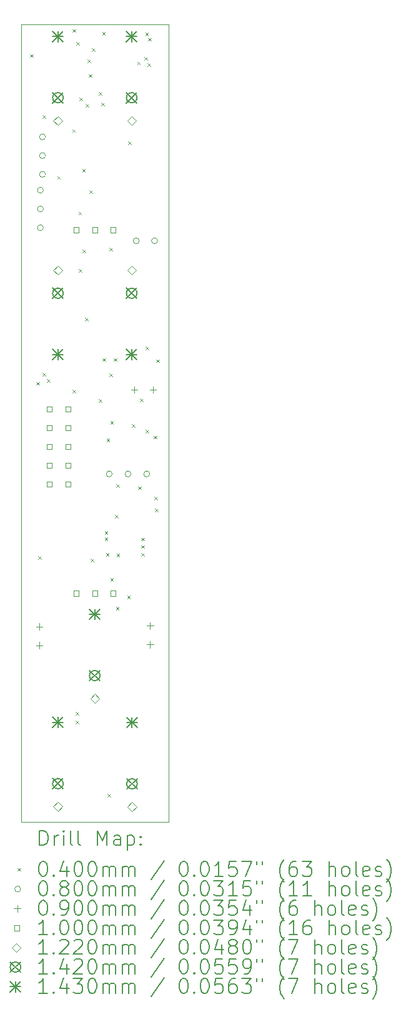
<source format=gbr>
%TF.GenerationSoftware,KiCad,Pcbnew,6.0.11+dfsg-1~bpo11+1*%
%TF.CreationDate,2023-06-07T14:09:27+08:00*%
%TF.ProjectId,MiniSNH v1.0 - Main,4d696e69-534e-4482-9076-312e30202d20,rev?*%
%TF.SameCoordinates,Original*%
%TF.FileFunction,Drillmap*%
%TF.FilePolarity,Positive*%
%FSLAX45Y45*%
G04 Gerber Fmt 4.5, Leading zero omitted, Abs format (unit mm)*
G04 Created by KiCad (PCBNEW 6.0.11+dfsg-1~bpo11+1) date 2023-06-07 14:09:27*
%MOMM*%
%LPD*%
G01*
G04 APERTURE LIST*
%ADD10C,0.100000*%
%ADD11C,0.200000*%
%ADD12C,0.040000*%
%ADD13C,0.080000*%
%ADD14C,0.090000*%
%ADD15C,0.122000*%
%ADD16C,0.142000*%
%ADD17C,0.143000*%
G04 APERTURE END LIST*
D10*
X15500000Y-6210000D02*
X15500000Y-17000000D01*
X15500000Y-17000000D02*
X13500000Y-17000000D01*
X13500000Y-17000000D02*
X13500000Y-6210000D01*
X13500000Y-6210000D02*
X15500000Y-6210000D01*
D11*
D12*
X13620000Y-6610000D02*
X13660000Y-6650000D01*
X13660000Y-6610000D02*
X13620000Y-6650000D01*
X13705000Y-11045000D02*
X13745000Y-11085000D01*
X13745000Y-11045000D02*
X13705000Y-11085000D01*
X13734809Y-13403594D02*
X13774809Y-13443594D01*
X13774809Y-13403594D02*
X13734809Y-13443594D01*
X13790000Y-10925000D02*
X13830000Y-10965000D01*
X13830000Y-10925000D02*
X13790000Y-10965000D01*
X13791230Y-7436230D02*
X13831230Y-7476230D01*
X13831230Y-7436230D02*
X13791230Y-7476230D01*
X13850000Y-11005000D02*
X13890000Y-11045000D01*
X13890000Y-11005000D02*
X13850000Y-11045000D01*
X13990000Y-8260000D02*
X14030000Y-8300000D01*
X14030000Y-8260000D02*
X13990000Y-8300000D01*
X14195000Y-7625000D02*
X14235000Y-7665000D01*
X14235000Y-7625000D02*
X14195000Y-7665000D01*
X14200000Y-6270000D02*
X14240000Y-6310000D01*
X14240000Y-6270000D02*
X14200000Y-6310000D01*
X14200000Y-11150000D02*
X14240000Y-11190000D01*
X14240000Y-11150000D02*
X14200000Y-11190000D01*
X14238525Y-15509554D02*
X14278525Y-15549554D01*
X14278525Y-15509554D02*
X14238525Y-15549554D01*
X14241917Y-15633083D02*
X14281917Y-15673083D01*
X14281917Y-15633083D02*
X14241917Y-15673083D01*
X14251230Y-6441230D02*
X14291230Y-6481230D01*
X14291230Y-6441230D02*
X14251230Y-6481230D01*
X14280050Y-8743789D02*
X14320050Y-8783789D01*
X14320050Y-8743789D02*
X14280050Y-8783789D01*
X14285000Y-9520000D02*
X14325000Y-9560000D01*
X14325000Y-9520000D02*
X14285000Y-9560000D01*
X14290000Y-7195000D02*
X14330000Y-7235000D01*
X14330000Y-7195000D02*
X14290000Y-7235000D01*
X14330000Y-8160000D02*
X14370000Y-8200000D01*
X14370000Y-8160000D02*
X14330000Y-8200000D01*
X14335000Y-9255000D02*
X14375000Y-9295000D01*
X14375000Y-9255000D02*
X14335000Y-9295000D01*
X14370000Y-10180000D02*
X14410000Y-10220000D01*
X14410000Y-10180000D02*
X14370000Y-10220000D01*
X14375000Y-7280000D02*
X14415000Y-7320000D01*
X14415000Y-7280000D02*
X14375000Y-7320000D01*
X14400000Y-6680000D02*
X14440000Y-6720000D01*
X14440000Y-6680000D02*
X14400000Y-6720000D01*
X14420000Y-6880000D02*
X14460000Y-6920000D01*
X14460000Y-6880000D02*
X14420000Y-6920000D01*
X14424950Y-8453601D02*
X14464950Y-8493601D01*
X14464950Y-8453601D02*
X14424950Y-8493601D01*
X14443000Y-13436000D02*
X14483000Y-13476000D01*
X14483000Y-13436000D02*
X14443000Y-13476000D01*
X14460000Y-6530000D02*
X14500000Y-6570000D01*
X14500000Y-6530000D02*
X14460000Y-6570000D01*
X14552550Y-11280000D02*
X14592550Y-11320000D01*
X14592550Y-11280000D02*
X14552550Y-11320000D01*
X14555000Y-7120000D02*
X14595000Y-7160000D01*
X14595000Y-7120000D02*
X14555000Y-7160000D01*
X14590000Y-7265000D02*
X14630000Y-7305000D01*
X14630000Y-7265000D02*
X14590000Y-7305000D01*
X14600000Y-6310000D02*
X14640000Y-6350000D01*
X14640000Y-6310000D02*
X14600000Y-6350000D01*
X14605000Y-10725000D02*
X14645000Y-10765000D01*
X14645000Y-10725000D02*
X14605000Y-10765000D01*
X14635000Y-13065000D02*
X14675000Y-13105000D01*
X14675000Y-13065000D02*
X14635000Y-13105000D01*
X14635000Y-13150000D02*
X14675000Y-13190000D01*
X14675000Y-13150000D02*
X14635000Y-13190000D01*
X14650625Y-13360625D02*
X14690625Y-13400625D01*
X14690625Y-13360625D02*
X14650625Y-13400625D01*
X14660050Y-11813836D02*
X14700050Y-11853836D01*
X14700050Y-11813836D02*
X14660050Y-11853836D01*
X14670000Y-16620000D02*
X14710000Y-16660000D01*
X14710000Y-16620000D02*
X14670000Y-16660000D01*
X14700000Y-9230000D02*
X14740000Y-9270000D01*
X14740000Y-9230000D02*
X14700000Y-9270000D01*
X14700000Y-10930000D02*
X14740000Y-10970000D01*
X14740000Y-10930000D02*
X14700000Y-10970000D01*
X14710000Y-11572500D02*
X14750000Y-11612500D01*
X14750000Y-11572500D02*
X14710000Y-11612500D01*
X14711000Y-13703000D02*
X14751000Y-13743000D01*
X14751000Y-13703000D02*
X14711000Y-13743000D01*
X14755000Y-10725000D02*
X14795000Y-10765000D01*
X14795000Y-10725000D02*
X14755000Y-10765000D01*
X14775000Y-12845000D02*
X14815000Y-12885000D01*
X14815000Y-12845000D02*
X14775000Y-12885000D01*
X14787500Y-14087500D02*
X14827500Y-14127500D01*
X14827500Y-14087500D02*
X14787500Y-14127500D01*
X14790000Y-12430000D02*
X14830000Y-12470000D01*
X14830000Y-12430000D02*
X14790000Y-12470000D01*
X14794375Y-13369375D02*
X14834375Y-13409375D01*
X14834375Y-13369375D02*
X14794375Y-13409375D01*
X14940000Y-13935000D02*
X14980000Y-13975000D01*
X14980000Y-13935000D02*
X14940000Y-13975000D01*
X14952962Y-7790284D02*
X14992962Y-7830284D01*
X14992962Y-7790284D02*
X14952962Y-7830284D01*
X15002500Y-11617500D02*
X15042500Y-11657500D01*
X15042500Y-11617500D02*
X15002500Y-11657500D01*
X15075000Y-6710000D02*
X15115000Y-6750000D01*
X15115000Y-6710000D02*
X15075000Y-6750000D01*
X15090000Y-12460000D02*
X15130000Y-12500000D01*
X15130000Y-12460000D02*
X15090000Y-12500000D01*
X15112500Y-11267500D02*
X15152500Y-11307500D01*
X15152500Y-11267500D02*
X15112500Y-11307500D01*
X15130000Y-13155000D02*
X15170000Y-13195000D01*
X15170000Y-13155000D02*
X15130000Y-13195000D01*
X15130000Y-13255000D02*
X15170000Y-13295000D01*
X15170000Y-13255000D02*
X15130000Y-13295000D01*
X15130000Y-13360000D02*
X15170000Y-13400000D01*
X15170000Y-13360000D02*
X15130000Y-13400000D01*
X15175000Y-6645000D02*
X15215000Y-6685000D01*
X15215000Y-6645000D02*
X15175000Y-6685000D01*
X15185000Y-6315000D02*
X15225000Y-6355000D01*
X15225000Y-6315000D02*
X15185000Y-6355000D01*
X15190000Y-10565000D02*
X15230000Y-10605000D01*
X15230000Y-10565000D02*
X15190000Y-10605000D01*
X15190000Y-11695000D02*
X15230000Y-11735000D01*
X15230000Y-11695000D02*
X15190000Y-11735000D01*
X15215000Y-6730000D02*
X15255000Y-6770000D01*
X15255000Y-6730000D02*
X15215000Y-6770000D01*
X15225000Y-6390000D02*
X15265000Y-6430000D01*
X15265000Y-6390000D02*
X15225000Y-6430000D01*
X15300000Y-11775000D02*
X15340000Y-11815000D01*
X15340000Y-11775000D02*
X15300000Y-11815000D01*
X15308730Y-12598730D02*
X15348730Y-12638730D01*
X15348730Y-12598730D02*
X15308730Y-12638730D01*
X15314888Y-12760545D02*
X15354888Y-12800545D01*
X15354888Y-12760545D02*
X15314888Y-12800545D01*
X15335000Y-10740000D02*
X15375000Y-10780000D01*
X15375000Y-10740000D02*
X15335000Y-10780000D01*
D13*
X13802500Y-8449500D02*
G75*
G03*
X13802500Y-8449500I-40000J0D01*
G01*
X13802500Y-8703500D02*
G75*
G03*
X13802500Y-8703500I-40000J0D01*
G01*
X13802500Y-8957500D02*
G75*
G03*
X13802500Y-8957500I-40000J0D01*
G01*
X13831000Y-7728000D02*
G75*
G03*
X13831000Y-7728000I-40000J0D01*
G01*
X13831000Y-7982000D02*
G75*
G03*
X13831000Y-7982000I-40000J0D01*
G01*
X13831000Y-8236000D02*
G75*
G03*
X13831000Y-8236000I-40000J0D01*
G01*
X14736000Y-12290000D02*
G75*
G03*
X14736000Y-12290000I-40000J0D01*
G01*
X14990000Y-12290000D02*
G75*
G03*
X14990000Y-12290000I-40000J0D01*
G01*
X15100511Y-9135000D02*
G75*
G03*
X15100511Y-9135000I-40000J0D01*
G01*
X15244000Y-12290000D02*
G75*
G03*
X15244000Y-12290000I-40000J0D01*
G01*
X15350511Y-9135000D02*
G75*
G03*
X15350511Y-9135000I-40000J0D01*
G01*
D14*
X13750000Y-14311000D02*
X13750000Y-14401000D01*
X13705000Y-14356000D02*
X13795000Y-14356000D01*
X13750000Y-14565000D02*
X13750000Y-14655000D01*
X13705000Y-14610000D02*
X13795000Y-14610000D01*
X15034875Y-11105000D02*
X15034875Y-11195000D01*
X14989875Y-11150000D02*
X15079875Y-11150000D01*
X15250000Y-14301000D02*
X15250000Y-14391000D01*
X15205000Y-14346000D02*
X15295000Y-14346000D01*
X15250000Y-14555000D02*
X15250000Y-14645000D01*
X15205000Y-14600000D02*
X15295000Y-14600000D01*
X15288875Y-11105000D02*
X15288875Y-11195000D01*
X15243875Y-11150000D02*
X15333875Y-11150000D01*
D10*
X13920106Y-11447356D02*
X13920106Y-11376644D01*
X13849394Y-11376644D01*
X13849394Y-11447356D01*
X13920106Y-11447356D01*
X13920106Y-11701356D02*
X13920106Y-11630644D01*
X13849394Y-11630644D01*
X13849394Y-11701356D01*
X13920106Y-11701356D01*
X13920106Y-11955356D02*
X13920106Y-11884644D01*
X13849394Y-11884644D01*
X13849394Y-11955356D01*
X13920106Y-11955356D01*
X13920106Y-12209356D02*
X13920106Y-12138644D01*
X13849394Y-12138644D01*
X13849394Y-12209356D01*
X13920106Y-12209356D01*
X13920106Y-12463356D02*
X13920106Y-12392644D01*
X13849394Y-12392644D01*
X13849394Y-12463356D01*
X13920106Y-12463356D01*
X14174106Y-11447356D02*
X14174106Y-11376644D01*
X14103394Y-11376644D01*
X14103394Y-11447356D01*
X14174106Y-11447356D01*
X14174106Y-11701356D02*
X14174106Y-11630644D01*
X14103394Y-11630644D01*
X14103394Y-11701356D01*
X14174106Y-11701356D01*
X14174106Y-11955356D02*
X14174106Y-11884644D01*
X14103394Y-11884644D01*
X14103394Y-11955356D01*
X14174106Y-11955356D01*
X14174106Y-12209356D02*
X14174106Y-12138644D01*
X14103394Y-12138644D01*
X14103394Y-12209356D01*
X14174106Y-12209356D01*
X14174106Y-12463356D02*
X14174106Y-12392644D01*
X14103394Y-12392644D01*
X14103394Y-12463356D01*
X14174106Y-12463356D01*
X14285356Y-9022856D02*
X14285356Y-8952144D01*
X14214644Y-8952144D01*
X14214644Y-9022856D01*
X14285356Y-9022856D01*
X14285356Y-13942856D02*
X14285356Y-13872144D01*
X14214644Y-13872144D01*
X14214644Y-13942856D01*
X14285356Y-13942856D01*
X14535356Y-9022856D02*
X14535356Y-8952144D01*
X14464644Y-8952144D01*
X14464644Y-9022856D01*
X14535356Y-9022856D01*
X14535356Y-13942856D02*
X14535356Y-13872144D01*
X14464644Y-13872144D01*
X14464644Y-13942856D01*
X14535356Y-13942856D01*
X14785356Y-9022856D02*
X14785356Y-8952144D01*
X14714644Y-8952144D01*
X14714644Y-9022856D01*
X14785356Y-9022856D01*
X14785356Y-13942856D02*
X14785356Y-13872144D01*
X14714644Y-13872144D01*
X14714644Y-13942856D01*
X14785356Y-13942856D01*
D15*
X14000000Y-7569000D02*
X14061000Y-7508000D01*
X14000000Y-7447000D01*
X13939000Y-7508000D01*
X14000000Y-7569000D01*
X14000000Y-9596000D02*
X14061000Y-9535000D01*
X14000000Y-9474000D01*
X13939000Y-9535000D01*
X14000000Y-9596000D01*
X14000000Y-16854000D02*
X14061000Y-16793000D01*
X14000000Y-16732000D01*
X13939000Y-16793000D01*
X14000000Y-16854000D01*
X14500000Y-15391000D02*
X14561000Y-15330000D01*
X14500000Y-15269000D01*
X14439000Y-15330000D01*
X14500000Y-15391000D01*
X15000000Y-7569000D02*
X15061000Y-7508000D01*
X15000000Y-7447000D01*
X14939000Y-7508000D01*
X15000000Y-7569000D01*
X15000000Y-9596000D02*
X15061000Y-9535000D01*
X15000000Y-9474000D01*
X14939000Y-9535000D01*
X15000000Y-9596000D01*
X15005000Y-16856000D02*
X15066000Y-16795000D01*
X15005000Y-16734000D01*
X14944000Y-16795000D01*
X15005000Y-16856000D01*
D16*
X13929000Y-7127000D02*
X14071000Y-7269000D01*
X14071000Y-7127000D02*
X13929000Y-7269000D01*
X14071000Y-7198000D02*
G75*
G03*
X14071000Y-7198000I-71000J0D01*
G01*
X13929000Y-9774000D02*
X14071000Y-9916000D01*
X14071000Y-9774000D02*
X13929000Y-9916000D01*
X14071000Y-9845000D02*
G75*
G03*
X14071000Y-9845000I-71000J0D01*
G01*
X13929000Y-16412000D02*
X14071000Y-16554000D01*
X14071000Y-16412000D02*
X13929000Y-16554000D01*
X14071000Y-16483000D02*
G75*
G03*
X14071000Y-16483000I-71000J0D01*
G01*
X14429000Y-14949000D02*
X14571000Y-15091000D01*
X14571000Y-14949000D02*
X14429000Y-15091000D01*
X14571000Y-15020000D02*
G75*
G03*
X14571000Y-15020000I-71000J0D01*
G01*
X14929000Y-7127000D02*
X15071000Y-7269000D01*
X15071000Y-7127000D02*
X14929000Y-7269000D01*
X15071000Y-7198000D02*
G75*
G03*
X15071000Y-7198000I-71000J0D01*
G01*
X14929000Y-9774000D02*
X15071000Y-9916000D01*
X15071000Y-9774000D02*
X14929000Y-9916000D01*
X15071000Y-9845000D02*
G75*
G03*
X15071000Y-9845000I-71000J0D01*
G01*
X14934000Y-16414000D02*
X15076000Y-16556000D01*
X15076000Y-16414000D02*
X14934000Y-16556000D01*
X15076000Y-16485000D02*
G75*
G03*
X15076000Y-16485000I-71000J0D01*
G01*
D17*
X13928500Y-6296500D02*
X14071500Y-6439500D01*
X14071500Y-6296500D02*
X13928500Y-6439500D01*
X14000000Y-6296500D02*
X14000000Y-6439500D01*
X13928500Y-6368000D02*
X14071500Y-6368000D01*
X13928500Y-10603500D02*
X14071500Y-10746500D01*
X14071500Y-10603500D02*
X13928500Y-10746500D01*
X14000000Y-10603500D02*
X14000000Y-10746500D01*
X13928500Y-10675000D02*
X14071500Y-10675000D01*
X13928500Y-15581500D02*
X14071500Y-15724500D01*
X14071500Y-15581500D02*
X13928500Y-15724500D01*
X14000000Y-15581500D02*
X14000000Y-15724500D01*
X13928500Y-15653000D02*
X14071500Y-15653000D01*
X14428500Y-14118500D02*
X14571500Y-14261500D01*
X14571500Y-14118500D02*
X14428500Y-14261500D01*
X14500000Y-14118500D02*
X14500000Y-14261500D01*
X14428500Y-14190000D02*
X14571500Y-14190000D01*
X14928500Y-6296500D02*
X15071500Y-6439500D01*
X15071500Y-6296500D02*
X14928500Y-6439500D01*
X15000000Y-6296500D02*
X15000000Y-6439500D01*
X14928500Y-6368000D02*
X15071500Y-6368000D01*
X14928500Y-10603500D02*
X15071500Y-10746500D01*
X15071500Y-10603500D02*
X14928500Y-10746500D01*
X15000000Y-10603500D02*
X15000000Y-10746500D01*
X14928500Y-10675000D02*
X15071500Y-10675000D01*
X14933500Y-15583500D02*
X15076500Y-15726500D01*
X15076500Y-15583500D02*
X14933500Y-15726500D01*
X15005000Y-15583500D02*
X15005000Y-15726500D01*
X14933500Y-15655000D02*
X15076500Y-15655000D01*
D11*
X13752619Y-17315476D02*
X13752619Y-17115476D01*
X13800238Y-17115476D01*
X13828809Y-17125000D01*
X13847857Y-17144048D01*
X13857381Y-17163095D01*
X13866905Y-17201190D01*
X13866905Y-17229762D01*
X13857381Y-17267857D01*
X13847857Y-17286905D01*
X13828809Y-17305952D01*
X13800238Y-17315476D01*
X13752619Y-17315476D01*
X13952619Y-17315476D02*
X13952619Y-17182143D01*
X13952619Y-17220238D02*
X13962143Y-17201190D01*
X13971667Y-17191667D01*
X13990714Y-17182143D01*
X14009762Y-17182143D01*
X14076428Y-17315476D02*
X14076428Y-17182143D01*
X14076428Y-17115476D02*
X14066905Y-17125000D01*
X14076428Y-17134524D01*
X14085952Y-17125000D01*
X14076428Y-17115476D01*
X14076428Y-17134524D01*
X14200238Y-17315476D02*
X14181190Y-17305952D01*
X14171667Y-17286905D01*
X14171667Y-17115476D01*
X14305000Y-17315476D02*
X14285952Y-17305952D01*
X14276428Y-17286905D01*
X14276428Y-17115476D01*
X14533571Y-17315476D02*
X14533571Y-17115476D01*
X14600238Y-17258333D01*
X14666905Y-17115476D01*
X14666905Y-17315476D01*
X14847857Y-17315476D02*
X14847857Y-17210714D01*
X14838333Y-17191667D01*
X14819286Y-17182143D01*
X14781190Y-17182143D01*
X14762143Y-17191667D01*
X14847857Y-17305952D02*
X14828809Y-17315476D01*
X14781190Y-17315476D01*
X14762143Y-17305952D01*
X14752619Y-17286905D01*
X14752619Y-17267857D01*
X14762143Y-17248810D01*
X14781190Y-17239286D01*
X14828809Y-17239286D01*
X14847857Y-17229762D01*
X14943095Y-17182143D02*
X14943095Y-17382143D01*
X14943095Y-17191667D02*
X14962143Y-17182143D01*
X15000238Y-17182143D01*
X15019286Y-17191667D01*
X15028809Y-17201190D01*
X15038333Y-17220238D01*
X15038333Y-17277381D01*
X15028809Y-17296429D01*
X15019286Y-17305952D01*
X15000238Y-17315476D01*
X14962143Y-17315476D01*
X14943095Y-17305952D01*
X15124048Y-17296429D02*
X15133571Y-17305952D01*
X15124048Y-17315476D01*
X15114524Y-17305952D01*
X15124048Y-17296429D01*
X15124048Y-17315476D01*
X15124048Y-17191667D02*
X15133571Y-17201190D01*
X15124048Y-17210714D01*
X15114524Y-17201190D01*
X15124048Y-17191667D01*
X15124048Y-17210714D01*
D12*
X13455000Y-17625000D02*
X13495000Y-17665000D01*
X13495000Y-17625000D02*
X13455000Y-17665000D01*
D11*
X13790714Y-17535476D02*
X13809762Y-17535476D01*
X13828809Y-17545000D01*
X13838333Y-17554524D01*
X13847857Y-17573571D01*
X13857381Y-17611667D01*
X13857381Y-17659286D01*
X13847857Y-17697381D01*
X13838333Y-17716429D01*
X13828809Y-17725952D01*
X13809762Y-17735476D01*
X13790714Y-17735476D01*
X13771667Y-17725952D01*
X13762143Y-17716429D01*
X13752619Y-17697381D01*
X13743095Y-17659286D01*
X13743095Y-17611667D01*
X13752619Y-17573571D01*
X13762143Y-17554524D01*
X13771667Y-17545000D01*
X13790714Y-17535476D01*
X13943095Y-17716429D02*
X13952619Y-17725952D01*
X13943095Y-17735476D01*
X13933571Y-17725952D01*
X13943095Y-17716429D01*
X13943095Y-17735476D01*
X14124048Y-17602143D02*
X14124048Y-17735476D01*
X14076428Y-17525952D02*
X14028809Y-17668810D01*
X14152619Y-17668810D01*
X14266905Y-17535476D02*
X14285952Y-17535476D01*
X14305000Y-17545000D01*
X14314524Y-17554524D01*
X14324048Y-17573571D01*
X14333571Y-17611667D01*
X14333571Y-17659286D01*
X14324048Y-17697381D01*
X14314524Y-17716429D01*
X14305000Y-17725952D01*
X14285952Y-17735476D01*
X14266905Y-17735476D01*
X14247857Y-17725952D01*
X14238333Y-17716429D01*
X14228809Y-17697381D01*
X14219286Y-17659286D01*
X14219286Y-17611667D01*
X14228809Y-17573571D01*
X14238333Y-17554524D01*
X14247857Y-17545000D01*
X14266905Y-17535476D01*
X14457381Y-17535476D02*
X14476428Y-17535476D01*
X14495476Y-17545000D01*
X14505000Y-17554524D01*
X14514524Y-17573571D01*
X14524048Y-17611667D01*
X14524048Y-17659286D01*
X14514524Y-17697381D01*
X14505000Y-17716429D01*
X14495476Y-17725952D01*
X14476428Y-17735476D01*
X14457381Y-17735476D01*
X14438333Y-17725952D01*
X14428809Y-17716429D01*
X14419286Y-17697381D01*
X14409762Y-17659286D01*
X14409762Y-17611667D01*
X14419286Y-17573571D01*
X14428809Y-17554524D01*
X14438333Y-17545000D01*
X14457381Y-17535476D01*
X14609762Y-17735476D02*
X14609762Y-17602143D01*
X14609762Y-17621190D02*
X14619286Y-17611667D01*
X14638333Y-17602143D01*
X14666905Y-17602143D01*
X14685952Y-17611667D01*
X14695476Y-17630714D01*
X14695476Y-17735476D01*
X14695476Y-17630714D02*
X14705000Y-17611667D01*
X14724048Y-17602143D01*
X14752619Y-17602143D01*
X14771667Y-17611667D01*
X14781190Y-17630714D01*
X14781190Y-17735476D01*
X14876428Y-17735476D02*
X14876428Y-17602143D01*
X14876428Y-17621190D02*
X14885952Y-17611667D01*
X14905000Y-17602143D01*
X14933571Y-17602143D01*
X14952619Y-17611667D01*
X14962143Y-17630714D01*
X14962143Y-17735476D01*
X14962143Y-17630714D02*
X14971667Y-17611667D01*
X14990714Y-17602143D01*
X15019286Y-17602143D01*
X15038333Y-17611667D01*
X15047857Y-17630714D01*
X15047857Y-17735476D01*
X15438333Y-17525952D02*
X15266905Y-17783095D01*
X15695476Y-17535476D02*
X15714524Y-17535476D01*
X15733571Y-17545000D01*
X15743095Y-17554524D01*
X15752619Y-17573571D01*
X15762143Y-17611667D01*
X15762143Y-17659286D01*
X15752619Y-17697381D01*
X15743095Y-17716429D01*
X15733571Y-17725952D01*
X15714524Y-17735476D01*
X15695476Y-17735476D01*
X15676428Y-17725952D01*
X15666905Y-17716429D01*
X15657381Y-17697381D01*
X15647857Y-17659286D01*
X15647857Y-17611667D01*
X15657381Y-17573571D01*
X15666905Y-17554524D01*
X15676428Y-17545000D01*
X15695476Y-17535476D01*
X15847857Y-17716429D02*
X15857381Y-17725952D01*
X15847857Y-17735476D01*
X15838333Y-17725952D01*
X15847857Y-17716429D01*
X15847857Y-17735476D01*
X15981190Y-17535476D02*
X16000238Y-17535476D01*
X16019286Y-17545000D01*
X16028809Y-17554524D01*
X16038333Y-17573571D01*
X16047857Y-17611667D01*
X16047857Y-17659286D01*
X16038333Y-17697381D01*
X16028809Y-17716429D01*
X16019286Y-17725952D01*
X16000238Y-17735476D01*
X15981190Y-17735476D01*
X15962143Y-17725952D01*
X15952619Y-17716429D01*
X15943095Y-17697381D01*
X15933571Y-17659286D01*
X15933571Y-17611667D01*
X15943095Y-17573571D01*
X15952619Y-17554524D01*
X15962143Y-17545000D01*
X15981190Y-17535476D01*
X16238333Y-17735476D02*
X16124048Y-17735476D01*
X16181190Y-17735476D02*
X16181190Y-17535476D01*
X16162143Y-17564048D01*
X16143095Y-17583095D01*
X16124048Y-17592619D01*
X16419286Y-17535476D02*
X16324048Y-17535476D01*
X16314524Y-17630714D01*
X16324048Y-17621190D01*
X16343095Y-17611667D01*
X16390714Y-17611667D01*
X16409762Y-17621190D01*
X16419286Y-17630714D01*
X16428809Y-17649762D01*
X16428809Y-17697381D01*
X16419286Y-17716429D01*
X16409762Y-17725952D01*
X16390714Y-17735476D01*
X16343095Y-17735476D01*
X16324048Y-17725952D01*
X16314524Y-17716429D01*
X16495476Y-17535476D02*
X16628809Y-17535476D01*
X16543095Y-17735476D01*
X16695476Y-17535476D02*
X16695476Y-17573571D01*
X16771667Y-17535476D02*
X16771667Y-17573571D01*
X17066905Y-17811667D02*
X17057381Y-17802143D01*
X17038333Y-17773571D01*
X17028810Y-17754524D01*
X17019286Y-17725952D01*
X17009762Y-17678333D01*
X17009762Y-17640238D01*
X17019286Y-17592619D01*
X17028810Y-17564048D01*
X17038333Y-17545000D01*
X17057381Y-17516429D01*
X17066905Y-17506905D01*
X17228810Y-17535476D02*
X17190714Y-17535476D01*
X17171667Y-17545000D01*
X17162143Y-17554524D01*
X17143095Y-17583095D01*
X17133571Y-17621190D01*
X17133571Y-17697381D01*
X17143095Y-17716429D01*
X17152619Y-17725952D01*
X17171667Y-17735476D01*
X17209762Y-17735476D01*
X17228810Y-17725952D01*
X17238333Y-17716429D01*
X17247857Y-17697381D01*
X17247857Y-17649762D01*
X17238333Y-17630714D01*
X17228810Y-17621190D01*
X17209762Y-17611667D01*
X17171667Y-17611667D01*
X17152619Y-17621190D01*
X17143095Y-17630714D01*
X17133571Y-17649762D01*
X17314524Y-17535476D02*
X17438333Y-17535476D01*
X17371667Y-17611667D01*
X17400238Y-17611667D01*
X17419286Y-17621190D01*
X17428810Y-17630714D01*
X17438333Y-17649762D01*
X17438333Y-17697381D01*
X17428810Y-17716429D01*
X17419286Y-17725952D01*
X17400238Y-17735476D01*
X17343095Y-17735476D01*
X17324048Y-17725952D01*
X17314524Y-17716429D01*
X17676429Y-17735476D02*
X17676429Y-17535476D01*
X17762143Y-17735476D02*
X17762143Y-17630714D01*
X17752619Y-17611667D01*
X17733571Y-17602143D01*
X17705000Y-17602143D01*
X17685952Y-17611667D01*
X17676429Y-17621190D01*
X17885952Y-17735476D02*
X17866905Y-17725952D01*
X17857381Y-17716429D01*
X17847857Y-17697381D01*
X17847857Y-17640238D01*
X17857381Y-17621190D01*
X17866905Y-17611667D01*
X17885952Y-17602143D01*
X17914524Y-17602143D01*
X17933571Y-17611667D01*
X17943095Y-17621190D01*
X17952619Y-17640238D01*
X17952619Y-17697381D01*
X17943095Y-17716429D01*
X17933571Y-17725952D01*
X17914524Y-17735476D01*
X17885952Y-17735476D01*
X18066905Y-17735476D02*
X18047857Y-17725952D01*
X18038333Y-17706905D01*
X18038333Y-17535476D01*
X18219286Y-17725952D02*
X18200238Y-17735476D01*
X18162143Y-17735476D01*
X18143095Y-17725952D01*
X18133571Y-17706905D01*
X18133571Y-17630714D01*
X18143095Y-17611667D01*
X18162143Y-17602143D01*
X18200238Y-17602143D01*
X18219286Y-17611667D01*
X18228810Y-17630714D01*
X18228810Y-17649762D01*
X18133571Y-17668810D01*
X18305000Y-17725952D02*
X18324048Y-17735476D01*
X18362143Y-17735476D01*
X18381190Y-17725952D01*
X18390714Y-17706905D01*
X18390714Y-17697381D01*
X18381190Y-17678333D01*
X18362143Y-17668810D01*
X18333571Y-17668810D01*
X18314524Y-17659286D01*
X18305000Y-17640238D01*
X18305000Y-17630714D01*
X18314524Y-17611667D01*
X18333571Y-17602143D01*
X18362143Y-17602143D01*
X18381190Y-17611667D01*
X18457381Y-17811667D02*
X18466905Y-17802143D01*
X18485952Y-17773571D01*
X18495476Y-17754524D01*
X18505000Y-17725952D01*
X18514524Y-17678333D01*
X18514524Y-17640238D01*
X18505000Y-17592619D01*
X18495476Y-17564048D01*
X18485952Y-17545000D01*
X18466905Y-17516429D01*
X18457381Y-17506905D01*
D13*
X13495000Y-17909000D02*
G75*
G03*
X13495000Y-17909000I-40000J0D01*
G01*
D11*
X13790714Y-17799476D02*
X13809762Y-17799476D01*
X13828809Y-17809000D01*
X13838333Y-17818524D01*
X13847857Y-17837571D01*
X13857381Y-17875667D01*
X13857381Y-17923286D01*
X13847857Y-17961381D01*
X13838333Y-17980429D01*
X13828809Y-17989952D01*
X13809762Y-17999476D01*
X13790714Y-17999476D01*
X13771667Y-17989952D01*
X13762143Y-17980429D01*
X13752619Y-17961381D01*
X13743095Y-17923286D01*
X13743095Y-17875667D01*
X13752619Y-17837571D01*
X13762143Y-17818524D01*
X13771667Y-17809000D01*
X13790714Y-17799476D01*
X13943095Y-17980429D02*
X13952619Y-17989952D01*
X13943095Y-17999476D01*
X13933571Y-17989952D01*
X13943095Y-17980429D01*
X13943095Y-17999476D01*
X14066905Y-17885190D02*
X14047857Y-17875667D01*
X14038333Y-17866143D01*
X14028809Y-17847095D01*
X14028809Y-17837571D01*
X14038333Y-17818524D01*
X14047857Y-17809000D01*
X14066905Y-17799476D01*
X14105000Y-17799476D01*
X14124048Y-17809000D01*
X14133571Y-17818524D01*
X14143095Y-17837571D01*
X14143095Y-17847095D01*
X14133571Y-17866143D01*
X14124048Y-17875667D01*
X14105000Y-17885190D01*
X14066905Y-17885190D01*
X14047857Y-17894714D01*
X14038333Y-17904238D01*
X14028809Y-17923286D01*
X14028809Y-17961381D01*
X14038333Y-17980429D01*
X14047857Y-17989952D01*
X14066905Y-17999476D01*
X14105000Y-17999476D01*
X14124048Y-17989952D01*
X14133571Y-17980429D01*
X14143095Y-17961381D01*
X14143095Y-17923286D01*
X14133571Y-17904238D01*
X14124048Y-17894714D01*
X14105000Y-17885190D01*
X14266905Y-17799476D02*
X14285952Y-17799476D01*
X14305000Y-17809000D01*
X14314524Y-17818524D01*
X14324048Y-17837571D01*
X14333571Y-17875667D01*
X14333571Y-17923286D01*
X14324048Y-17961381D01*
X14314524Y-17980429D01*
X14305000Y-17989952D01*
X14285952Y-17999476D01*
X14266905Y-17999476D01*
X14247857Y-17989952D01*
X14238333Y-17980429D01*
X14228809Y-17961381D01*
X14219286Y-17923286D01*
X14219286Y-17875667D01*
X14228809Y-17837571D01*
X14238333Y-17818524D01*
X14247857Y-17809000D01*
X14266905Y-17799476D01*
X14457381Y-17799476D02*
X14476428Y-17799476D01*
X14495476Y-17809000D01*
X14505000Y-17818524D01*
X14514524Y-17837571D01*
X14524048Y-17875667D01*
X14524048Y-17923286D01*
X14514524Y-17961381D01*
X14505000Y-17980429D01*
X14495476Y-17989952D01*
X14476428Y-17999476D01*
X14457381Y-17999476D01*
X14438333Y-17989952D01*
X14428809Y-17980429D01*
X14419286Y-17961381D01*
X14409762Y-17923286D01*
X14409762Y-17875667D01*
X14419286Y-17837571D01*
X14428809Y-17818524D01*
X14438333Y-17809000D01*
X14457381Y-17799476D01*
X14609762Y-17999476D02*
X14609762Y-17866143D01*
X14609762Y-17885190D02*
X14619286Y-17875667D01*
X14638333Y-17866143D01*
X14666905Y-17866143D01*
X14685952Y-17875667D01*
X14695476Y-17894714D01*
X14695476Y-17999476D01*
X14695476Y-17894714D02*
X14705000Y-17875667D01*
X14724048Y-17866143D01*
X14752619Y-17866143D01*
X14771667Y-17875667D01*
X14781190Y-17894714D01*
X14781190Y-17999476D01*
X14876428Y-17999476D02*
X14876428Y-17866143D01*
X14876428Y-17885190D02*
X14885952Y-17875667D01*
X14905000Y-17866143D01*
X14933571Y-17866143D01*
X14952619Y-17875667D01*
X14962143Y-17894714D01*
X14962143Y-17999476D01*
X14962143Y-17894714D02*
X14971667Y-17875667D01*
X14990714Y-17866143D01*
X15019286Y-17866143D01*
X15038333Y-17875667D01*
X15047857Y-17894714D01*
X15047857Y-17999476D01*
X15438333Y-17789952D02*
X15266905Y-18047095D01*
X15695476Y-17799476D02*
X15714524Y-17799476D01*
X15733571Y-17809000D01*
X15743095Y-17818524D01*
X15752619Y-17837571D01*
X15762143Y-17875667D01*
X15762143Y-17923286D01*
X15752619Y-17961381D01*
X15743095Y-17980429D01*
X15733571Y-17989952D01*
X15714524Y-17999476D01*
X15695476Y-17999476D01*
X15676428Y-17989952D01*
X15666905Y-17980429D01*
X15657381Y-17961381D01*
X15647857Y-17923286D01*
X15647857Y-17875667D01*
X15657381Y-17837571D01*
X15666905Y-17818524D01*
X15676428Y-17809000D01*
X15695476Y-17799476D01*
X15847857Y-17980429D02*
X15857381Y-17989952D01*
X15847857Y-17999476D01*
X15838333Y-17989952D01*
X15847857Y-17980429D01*
X15847857Y-17999476D01*
X15981190Y-17799476D02*
X16000238Y-17799476D01*
X16019286Y-17809000D01*
X16028809Y-17818524D01*
X16038333Y-17837571D01*
X16047857Y-17875667D01*
X16047857Y-17923286D01*
X16038333Y-17961381D01*
X16028809Y-17980429D01*
X16019286Y-17989952D01*
X16000238Y-17999476D01*
X15981190Y-17999476D01*
X15962143Y-17989952D01*
X15952619Y-17980429D01*
X15943095Y-17961381D01*
X15933571Y-17923286D01*
X15933571Y-17875667D01*
X15943095Y-17837571D01*
X15952619Y-17818524D01*
X15962143Y-17809000D01*
X15981190Y-17799476D01*
X16114524Y-17799476D02*
X16238333Y-17799476D01*
X16171667Y-17875667D01*
X16200238Y-17875667D01*
X16219286Y-17885190D01*
X16228809Y-17894714D01*
X16238333Y-17913762D01*
X16238333Y-17961381D01*
X16228809Y-17980429D01*
X16219286Y-17989952D01*
X16200238Y-17999476D01*
X16143095Y-17999476D01*
X16124048Y-17989952D01*
X16114524Y-17980429D01*
X16428809Y-17999476D02*
X16314524Y-17999476D01*
X16371667Y-17999476D02*
X16371667Y-17799476D01*
X16352619Y-17828048D01*
X16333571Y-17847095D01*
X16314524Y-17856619D01*
X16609762Y-17799476D02*
X16514524Y-17799476D01*
X16505000Y-17894714D01*
X16514524Y-17885190D01*
X16533571Y-17875667D01*
X16581190Y-17875667D01*
X16600238Y-17885190D01*
X16609762Y-17894714D01*
X16619286Y-17913762D01*
X16619286Y-17961381D01*
X16609762Y-17980429D01*
X16600238Y-17989952D01*
X16581190Y-17999476D01*
X16533571Y-17999476D01*
X16514524Y-17989952D01*
X16505000Y-17980429D01*
X16695476Y-17799476D02*
X16695476Y-17837571D01*
X16771667Y-17799476D02*
X16771667Y-17837571D01*
X17066905Y-18075667D02*
X17057381Y-18066143D01*
X17038333Y-18037571D01*
X17028810Y-18018524D01*
X17019286Y-17989952D01*
X17009762Y-17942333D01*
X17009762Y-17904238D01*
X17019286Y-17856619D01*
X17028810Y-17828048D01*
X17038333Y-17809000D01*
X17057381Y-17780429D01*
X17066905Y-17770905D01*
X17247857Y-17999476D02*
X17133571Y-17999476D01*
X17190714Y-17999476D02*
X17190714Y-17799476D01*
X17171667Y-17828048D01*
X17152619Y-17847095D01*
X17133571Y-17856619D01*
X17438333Y-17999476D02*
X17324048Y-17999476D01*
X17381190Y-17999476D02*
X17381190Y-17799476D01*
X17362143Y-17828048D01*
X17343095Y-17847095D01*
X17324048Y-17856619D01*
X17676429Y-17999476D02*
X17676429Y-17799476D01*
X17762143Y-17999476D02*
X17762143Y-17894714D01*
X17752619Y-17875667D01*
X17733571Y-17866143D01*
X17705000Y-17866143D01*
X17685952Y-17875667D01*
X17676429Y-17885190D01*
X17885952Y-17999476D02*
X17866905Y-17989952D01*
X17857381Y-17980429D01*
X17847857Y-17961381D01*
X17847857Y-17904238D01*
X17857381Y-17885190D01*
X17866905Y-17875667D01*
X17885952Y-17866143D01*
X17914524Y-17866143D01*
X17933571Y-17875667D01*
X17943095Y-17885190D01*
X17952619Y-17904238D01*
X17952619Y-17961381D01*
X17943095Y-17980429D01*
X17933571Y-17989952D01*
X17914524Y-17999476D01*
X17885952Y-17999476D01*
X18066905Y-17999476D02*
X18047857Y-17989952D01*
X18038333Y-17970905D01*
X18038333Y-17799476D01*
X18219286Y-17989952D02*
X18200238Y-17999476D01*
X18162143Y-17999476D01*
X18143095Y-17989952D01*
X18133571Y-17970905D01*
X18133571Y-17894714D01*
X18143095Y-17875667D01*
X18162143Y-17866143D01*
X18200238Y-17866143D01*
X18219286Y-17875667D01*
X18228810Y-17894714D01*
X18228810Y-17913762D01*
X18133571Y-17932810D01*
X18305000Y-17989952D02*
X18324048Y-17999476D01*
X18362143Y-17999476D01*
X18381190Y-17989952D01*
X18390714Y-17970905D01*
X18390714Y-17961381D01*
X18381190Y-17942333D01*
X18362143Y-17932810D01*
X18333571Y-17932810D01*
X18314524Y-17923286D01*
X18305000Y-17904238D01*
X18305000Y-17894714D01*
X18314524Y-17875667D01*
X18333571Y-17866143D01*
X18362143Y-17866143D01*
X18381190Y-17875667D01*
X18457381Y-18075667D02*
X18466905Y-18066143D01*
X18485952Y-18037571D01*
X18495476Y-18018524D01*
X18505000Y-17989952D01*
X18514524Y-17942333D01*
X18514524Y-17904238D01*
X18505000Y-17856619D01*
X18495476Y-17828048D01*
X18485952Y-17809000D01*
X18466905Y-17780429D01*
X18457381Y-17770905D01*
D14*
X13450000Y-18128000D02*
X13450000Y-18218000D01*
X13405000Y-18173000D02*
X13495000Y-18173000D01*
D11*
X13790714Y-18063476D02*
X13809762Y-18063476D01*
X13828809Y-18073000D01*
X13838333Y-18082524D01*
X13847857Y-18101571D01*
X13857381Y-18139667D01*
X13857381Y-18187286D01*
X13847857Y-18225381D01*
X13838333Y-18244429D01*
X13828809Y-18253952D01*
X13809762Y-18263476D01*
X13790714Y-18263476D01*
X13771667Y-18253952D01*
X13762143Y-18244429D01*
X13752619Y-18225381D01*
X13743095Y-18187286D01*
X13743095Y-18139667D01*
X13752619Y-18101571D01*
X13762143Y-18082524D01*
X13771667Y-18073000D01*
X13790714Y-18063476D01*
X13943095Y-18244429D02*
X13952619Y-18253952D01*
X13943095Y-18263476D01*
X13933571Y-18253952D01*
X13943095Y-18244429D01*
X13943095Y-18263476D01*
X14047857Y-18263476D02*
X14085952Y-18263476D01*
X14105000Y-18253952D01*
X14114524Y-18244429D01*
X14133571Y-18215857D01*
X14143095Y-18177762D01*
X14143095Y-18101571D01*
X14133571Y-18082524D01*
X14124048Y-18073000D01*
X14105000Y-18063476D01*
X14066905Y-18063476D01*
X14047857Y-18073000D01*
X14038333Y-18082524D01*
X14028809Y-18101571D01*
X14028809Y-18149190D01*
X14038333Y-18168238D01*
X14047857Y-18177762D01*
X14066905Y-18187286D01*
X14105000Y-18187286D01*
X14124048Y-18177762D01*
X14133571Y-18168238D01*
X14143095Y-18149190D01*
X14266905Y-18063476D02*
X14285952Y-18063476D01*
X14305000Y-18073000D01*
X14314524Y-18082524D01*
X14324048Y-18101571D01*
X14333571Y-18139667D01*
X14333571Y-18187286D01*
X14324048Y-18225381D01*
X14314524Y-18244429D01*
X14305000Y-18253952D01*
X14285952Y-18263476D01*
X14266905Y-18263476D01*
X14247857Y-18253952D01*
X14238333Y-18244429D01*
X14228809Y-18225381D01*
X14219286Y-18187286D01*
X14219286Y-18139667D01*
X14228809Y-18101571D01*
X14238333Y-18082524D01*
X14247857Y-18073000D01*
X14266905Y-18063476D01*
X14457381Y-18063476D02*
X14476428Y-18063476D01*
X14495476Y-18073000D01*
X14505000Y-18082524D01*
X14514524Y-18101571D01*
X14524048Y-18139667D01*
X14524048Y-18187286D01*
X14514524Y-18225381D01*
X14505000Y-18244429D01*
X14495476Y-18253952D01*
X14476428Y-18263476D01*
X14457381Y-18263476D01*
X14438333Y-18253952D01*
X14428809Y-18244429D01*
X14419286Y-18225381D01*
X14409762Y-18187286D01*
X14409762Y-18139667D01*
X14419286Y-18101571D01*
X14428809Y-18082524D01*
X14438333Y-18073000D01*
X14457381Y-18063476D01*
X14609762Y-18263476D02*
X14609762Y-18130143D01*
X14609762Y-18149190D02*
X14619286Y-18139667D01*
X14638333Y-18130143D01*
X14666905Y-18130143D01*
X14685952Y-18139667D01*
X14695476Y-18158714D01*
X14695476Y-18263476D01*
X14695476Y-18158714D02*
X14705000Y-18139667D01*
X14724048Y-18130143D01*
X14752619Y-18130143D01*
X14771667Y-18139667D01*
X14781190Y-18158714D01*
X14781190Y-18263476D01*
X14876428Y-18263476D02*
X14876428Y-18130143D01*
X14876428Y-18149190D02*
X14885952Y-18139667D01*
X14905000Y-18130143D01*
X14933571Y-18130143D01*
X14952619Y-18139667D01*
X14962143Y-18158714D01*
X14962143Y-18263476D01*
X14962143Y-18158714D02*
X14971667Y-18139667D01*
X14990714Y-18130143D01*
X15019286Y-18130143D01*
X15038333Y-18139667D01*
X15047857Y-18158714D01*
X15047857Y-18263476D01*
X15438333Y-18053952D02*
X15266905Y-18311095D01*
X15695476Y-18063476D02*
X15714524Y-18063476D01*
X15733571Y-18073000D01*
X15743095Y-18082524D01*
X15752619Y-18101571D01*
X15762143Y-18139667D01*
X15762143Y-18187286D01*
X15752619Y-18225381D01*
X15743095Y-18244429D01*
X15733571Y-18253952D01*
X15714524Y-18263476D01*
X15695476Y-18263476D01*
X15676428Y-18253952D01*
X15666905Y-18244429D01*
X15657381Y-18225381D01*
X15647857Y-18187286D01*
X15647857Y-18139667D01*
X15657381Y-18101571D01*
X15666905Y-18082524D01*
X15676428Y-18073000D01*
X15695476Y-18063476D01*
X15847857Y-18244429D02*
X15857381Y-18253952D01*
X15847857Y-18263476D01*
X15838333Y-18253952D01*
X15847857Y-18244429D01*
X15847857Y-18263476D01*
X15981190Y-18063476D02*
X16000238Y-18063476D01*
X16019286Y-18073000D01*
X16028809Y-18082524D01*
X16038333Y-18101571D01*
X16047857Y-18139667D01*
X16047857Y-18187286D01*
X16038333Y-18225381D01*
X16028809Y-18244429D01*
X16019286Y-18253952D01*
X16000238Y-18263476D01*
X15981190Y-18263476D01*
X15962143Y-18253952D01*
X15952619Y-18244429D01*
X15943095Y-18225381D01*
X15933571Y-18187286D01*
X15933571Y-18139667D01*
X15943095Y-18101571D01*
X15952619Y-18082524D01*
X15962143Y-18073000D01*
X15981190Y-18063476D01*
X16114524Y-18063476D02*
X16238333Y-18063476D01*
X16171667Y-18139667D01*
X16200238Y-18139667D01*
X16219286Y-18149190D01*
X16228809Y-18158714D01*
X16238333Y-18177762D01*
X16238333Y-18225381D01*
X16228809Y-18244429D01*
X16219286Y-18253952D01*
X16200238Y-18263476D01*
X16143095Y-18263476D01*
X16124048Y-18253952D01*
X16114524Y-18244429D01*
X16419286Y-18063476D02*
X16324048Y-18063476D01*
X16314524Y-18158714D01*
X16324048Y-18149190D01*
X16343095Y-18139667D01*
X16390714Y-18139667D01*
X16409762Y-18149190D01*
X16419286Y-18158714D01*
X16428809Y-18177762D01*
X16428809Y-18225381D01*
X16419286Y-18244429D01*
X16409762Y-18253952D01*
X16390714Y-18263476D01*
X16343095Y-18263476D01*
X16324048Y-18253952D01*
X16314524Y-18244429D01*
X16600238Y-18130143D02*
X16600238Y-18263476D01*
X16552619Y-18053952D02*
X16505000Y-18196810D01*
X16628809Y-18196810D01*
X16695476Y-18063476D02*
X16695476Y-18101571D01*
X16771667Y-18063476D02*
X16771667Y-18101571D01*
X17066905Y-18339667D02*
X17057381Y-18330143D01*
X17038333Y-18301571D01*
X17028810Y-18282524D01*
X17019286Y-18253952D01*
X17009762Y-18206333D01*
X17009762Y-18168238D01*
X17019286Y-18120619D01*
X17028810Y-18092048D01*
X17038333Y-18073000D01*
X17057381Y-18044429D01*
X17066905Y-18034905D01*
X17228810Y-18063476D02*
X17190714Y-18063476D01*
X17171667Y-18073000D01*
X17162143Y-18082524D01*
X17143095Y-18111095D01*
X17133571Y-18149190D01*
X17133571Y-18225381D01*
X17143095Y-18244429D01*
X17152619Y-18253952D01*
X17171667Y-18263476D01*
X17209762Y-18263476D01*
X17228810Y-18253952D01*
X17238333Y-18244429D01*
X17247857Y-18225381D01*
X17247857Y-18177762D01*
X17238333Y-18158714D01*
X17228810Y-18149190D01*
X17209762Y-18139667D01*
X17171667Y-18139667D01*
X17152619Y-18149190D01*
X17143095Y-18158714D01*
X17133571Y-18177762D01*
X17485952Y-18263476D02*
X17485952Y-18063476D01*
X17571667Y-18263476D02*
X17571667Y-18158714D01*
X17562143Y-18139667D01*
X17543095Y-18130143D01*
X17514524Y-18130143D01*
X17495476Y-18139667D01*
X17485952Y-18149190D01*
X17695476Y-18263476D02*
X17676429Y-18253952D01*
X17666905Y-18244429D01*
X17657381Y-18225381D01*
X17657381Y-18168238D01*
X17666905Y-18149190D01*
X17676429Y-18139667D01*
X17695476Y-18130143D01*
X17724048Y-18130143D01*
X17743095Y-18139667D01*
X17752619Y-18149190D01*
X17762143Y-18168238D01*
X17762143Y-18225381D01*
X17752619Y-18244429D01*
X17743095Y-18253952D01*
X17724048Y-18263476D01*
X17695476Y-18263476D01*
X17876429Y-18263476D02*
X17857381Y-18253952D01*
X17847857Y-18234905D01*
X17847857Y-18063476D01*
X18028810Y-18253952D02*
X18009762Y-18263476D01*
X17971667Y-18263476D01*
X17952619Y-18253952D01*
X17943095Y-18234905D01*
X17943095Y-18158714D01*
X17952619Y-18139667D01*
X17971667Y-18130143D01*
X18009762Y-18130143D01*
X18028810Y-18139667D01*
X18038333Y-18158714D01*
X18038333Y-18177762D01*
X17943095Y-18196810D01*
X18114524Y-18253952D02*
X18133571Y-18263476D01*
X18171667Y-18263476D01*
X18190714Y-18253952D01*
X18200238Y-18234905D01*
X18200238Y-18225381D01*
X18190714Y-18206333D01*
X18171667Y-18196810D01*
X18143095Y-18196810D01*
X18124048Y-18187286D01*
X18114524Y-18168238D01*
X18114524Y-18158714D01*
X18124048Y-18139667D01*
X18143095Y-18130143D01*
X18171667Y-18130143D01*
X18190714Y-18139667D01*
X18266905Y-18339667D02*
X18276429Y-18330143D01*
X18295476Y-18301571D01*
X18305000Y-18282524D01*
X18314524Y-18253952D01*
X18324048Y-18206333D01*
X18324048Y-18168238D01*
X18314524Y-18120619D01*
X18305000Y-18092048D01*
X18295476Y-18073000D01*
X18276429Y-18044429D01*
X18266905Y-18034905D01*
D10*
X13480356Y-18472356D02*
X13480356Y-18401644D01*
X13409644Y-18401644D01*
X13409644Y-18472356D01*
X13480356Y-18472356D01*
D11*
X13857381Y-18527476D02*
X13743095Y-18527476D01*
X13800238Y-18527476D02*
X13800238Y-18327476D01*
X13781190Y-18356048D01*
X13762143Y-18375095D01*
X13743095Y-18384619D01*
X13943095Y-18508429D02*
X13952619Y-18517952D01*
X13943095Y-18527476D01*
X13933571Y-18517952D01*
X13943095Y-18508429D01*
X13943095Y-18527476D01*
X14076428Y-18327476D02*
X14095476Y-18327476D01*
X14114524Y-18337000D01*
X14124048Y-18346524D01*
X14133571Y-18365571D01*
X14143095Y-18403667D01*
X14143095Y-18451286D01*
X14133571Y-18489381D01*
X14124048Y-18508429D01*
X14114524Y-18517952D01*
X14095476Y-18527476D01*
X14076428Y-18527476D01*
X14057381Y-18517952D01*
X14047857Y-18508429D01*
X14038333Y-18489381D01*
X14028809Y-18451286D01*
X14028809Y-18403667D01*
X14038333Y-18365571D01*
X14047857Y-18346524D01*
X14057381Y-18337000D01*
X14076428Y-18327476D01*
X14266905Y-18327476D02*
X14285952Y-18327476D01*
X14305000Y-18337000D01*
X14314524Y-18346524D01*
X14324048Y-18365571D01*
X14333571Y-18403667D01*
X14333571Y-18451286D01*
X14324048Y-18489381D01*
X14314524Y-18508429D01*
X14305000Y-18517952D01*
X14285952Y-18527476D01*
X14266905Y-18527476D01*
X14247857Y-18517952D01*
X14238333Y-18508429D01*
X14228809Y-18489381D01*
X14219286Y-18451286D01*
X14219286Y-18403667D01*
X14228809Y-18365571D01*
X14238333Y-18346524D01*
X14247857Y-18337000D01*
X14266905Y-18327476D01*
X14457381Y-18327476D02*
X14476428Y-18327476D01*
X14495476Y-18337000D01*
X14505000Y-18346524D01*
X14514524Y-18365571D01*
X14524048Y-18403667D01*
X14524048Y-18451286D01*
X14514524Y-18489381D01*
X14505000Y-18508429D01*
X14495476Y-18517952D01*
X14476428Y-18527476D01*
X14457381Y-18527476D01*
X14438333Y-18517952D01*
X14428809Y-18508429D01*
X14419286Y-18489381D01*
X14409762Y-18451286D01*
X14409762Y-18403667D01*
X14419286Y-18365571D01*
X14428809Y-18346524D01*
X14438333Y-18337000D01*
X14457381Y-18327476D01*
X14609762Y-18527476D02*
X14609762Y-18394143D01*
X14609762Y-18413190D02*
X14619286Y-18403667D01*
X14638333Y-18394143D01*
X14666905Y-18394143D01*
X14685952Y-18403667D01*
X14695476Y-18422714D01*
X14695476Y-18527476D01*
X14695476Y-18422714D02*
X14705000Y-18403667D01*
X14724048Y-18394143D01*
X14752619Y-18394143D01*
X14771667Y-18403667D01*
X14781190Y-18422714D01*
X14781190Y-18527476D01*
X14876428Y-18527476D02*
X14876428Y-18394143D01*
X14876428Y-18413190D02*
X14885952Y-18403667D01*
X14905000Y-18394143D01*
X14933571Y-18394143D01*
X14952619Y-18403667D01*
X14962143Y-18422714D01*
X14962143Y-18527476D01*
X14962143Y-18422714D02*
X14971667Y-18403667D01*
X14990714Y-18394143D01*
X15019286Y-18394143D01*
X15038333Y-18403667D01*
X15047857Y-18422714D01*
X15047857Y-18527476D01*
X15438333Y-18317952D02*
X15266905Y-18575095D01*
X15695476Y-18327476D02*
X15714524Y-18327476D01*
X15733571Y-18337000D01*
X15743095Y-18346524D01*
X15752619Y-18365571D01*
X15762143Y-18403667D01*
X15762143Y-18451286D01*
X15752619Y-18489381D01*
X15743095Y-18508429D01*
X15733571Y-18517952D01*
X15714524Y-18527476D01*
X15695476Y-18527476D01*
X15676428Y-18517952D01*
X15666905Y-18508429D01*
X15657381Y-18489381D01*
X15647857Y-18451286D01*
X15647857Y-18403667D01*
X15657381Y-18365571D01*
X15666905Y-18346524D01*
X15676428Y-18337000D01*
X15695476Y-18327476D01*
X15847857Y-18508429D02*
X15857381Y-18517952D01*
X15847857Y-18527476D01*
X15838333Y-18517952D01*
X15847857Y-18508429D01*
X15847857Y-18527476D01*
X15981190Y-18327476D02*
X16000238Y-18327476D01*
X16019286Y-18337000D01*
X16028809Y-18346524D01*
X16038333Y-18365571D01*
X16047857Y-18403667D01*
X16047857Y-18451286D01*
X16038333Y-18489381D01*
X16028809Y-18508429D01*
X16019286Y-18517952D01*
X16000238Y-18527476D01*
X15981190Y-18527476D01*
X15962143Y-18517952D01*
X15952619Y-18508429D01*
X15943095Y-18489381D01*
X15933571Y-18451286D01*
X15933571Y-18403667D01*
X15943095Y-18365571D01*
X15952619Y-18346524D01*
X15962143Y-18337000D01*
X15981190Y-18327476D01*
X16114524Y-18327476D02*
X16238333Y-18327476D01*
X16171667Y-18403667D01*
X16200238Y-18403667D01*
X16219286Y-18413190D01*
X16228809Y-18422714D01*
X16238333Y-18441762D01*
X16238333Y-18489381D01*
X16228809Y-18508429D01*
X16219286Y-18517952D01*
X16200238Y-18527476D01*
X16143095Y-18527476D01*
X16124048Y-18517952D01*
X16114524Y-18508429D01*
X16333571Y-18527476D02*
X16371667Y-18527476D01*
X16390714Y-18517952D01*
X16400238Y-18508429D01*
X16419286Y-18479857D01*
X16428809Y-18441762D01*
X16428809Y-18365571D01*
X16419286Y-18346524D01*
X16409762Y-18337000D01*
X16390714Y-18327476D01*
X16352619Y-18327476D01*
X16333571Y-18337000D01*
X16324048Y-18346524D01*
X16314524Y-18365571D01*
X16314524Y-18413190D01*
X16324048Y-18432238D01*
X16333571Y-18441762D01*
X16352619Y-18451286D01*
X16390714Y-18451286D01*
X16409762Y-18441762D01*
X16419286Y-18432238D01*
X16428809Y-18413190D01*
X16600238Y-18394143D02*
X16600238Y-18527476D01*
X16552619Y-18317952D02*
X16505000Y-18460810D01*
X16628809Y-18460810D01*
X16695476Y-18327476D02*
X16695476Y-18365571D01*
X16771667Y-18327476D02*
X16771667Y-18365571D01*
X17066905Y-18603667D02*
X17057381Y-18594143D01*
X17038333Y-18565571D01*
X17028810Y-18546524D01*
X17019286Y-18517952D01*
X17009762Y-18470333D01*
X17009762Y-18432238D01*
X17019286Y-18384619D01*
X17028810Y-18356048D01*
X17038333Y-18337000D01*
X17057381Y-18308429D01*
X17066905Y-18298905D01*
X17247857Y-18527476D02*
X17133571Y-18527476D01*
X17190714Y-18527476D02*
X17190714Y-18327476D01*
X17171667Y-18356048D01*
X17152619Y-18375095D01*
X17133571Y-18384619D01*
X17419286Y-18327476D02*
X17381190Y-18327476D01*
X17362143Y-18337000D01*
X17352619Y-18346524D01*
X17333571Y-18375095D01*
X17324048Y-18413190D01*
X17324048Y-18489381D01*
X17333571Y-18508429D01*
X17343095Y-18517952D01*
X17362143Y-18527476D01*
X17400238Y-18527476D01*
X17419286Y-18517952D01*
X17428810Y-18508429D01*
X17438333Y-18489381D01*
X17438333Y-18441762D01*
X17428810Y-18422714D01*
X17419286Y-18413190D01*
X17400238Y-18403667D01*
X17362143Y-18403667D01*
X17343095Y-18413190D01*
X17333571Y-18422714D01*
X17324048Y-18441762D01*
X17676429Y-18527476D02*
X17676429Y-18327476D01*
X17762143Y-18527476D02*
X17762143Y-18422714D01*
X17752619Y-18403667D01*
X17733571Y-18394143D01*
X17705000Y-18394143D01*
X17685952Y-18403667D01*
X17676429Y-18413190D01*
X17885952Y-18527476D02*
X17866905Y-18517952D01*
X17857381Y-18508429D01*
X17847857Y-18489381D01*
X17847857Y-18432238D01*
X17857381Y-18413190D01*
X17866905Y-18403667D01*
X17885952Y-18394143D01*
X17914524Y-18394143D01*
X17933571Y-18403667D01*
X17943095Y-18413190D01*
X17952619Y-18432238D01*
X17952619Y-18489381D01*
X17943095Y-18508429D01*
X17933571Y-18517952D01*
X17914524Y-18527476D01*
X17885952Y-18527476D01*
X18066905Y-18527476D02*
X18047857Y-18517952D01*
X18038333Y-18498905D01*
X18038333Y-18327476D01*
X18219286Y-18517952D02*
X18200238Y-18527476D01*
X18162143Y-18527476D01*
X18143095Y-18517952D01*
X18133571Y-18498905D01*
X18133571Y-18422714D01*
X18143095Y-18403667D01*
X18162143Y-18394143D01*
X18200238Y-18394143D01*
X18219286Y-18403667D01*
X18228810Y-18422714D01*
X18228810Y-18441762D01*
X18133571Y-18460810D01*
X18305000Y-18517952D02*
X18324048Y-18527476D01*
X18362143Y-18527476D01*
X18381190Y-18517952D01*
X18390714Y-18498905D01*
X18390714Y-18489381D01*
X18381190Y-18470333D01*
X18362143Y-18460810D01*
X18333571Y-18460810D01*
X18314524Y-18451286D01*
X18305000Y-18432238D01*
X18305000Y-18422714D01*
X18314524Y-18403667D01*
X18333571Y-18394143D01*
X18362143Y-18394143D01*
X18381190Y-18403667D01*
X18457381Y-18603667D02*
X18466905Y-18594143D01*
X18485952Y-18565571D01*
X18495476Y-18546524D01*
X18505000Y-18517952D01*
X18514524Y-18470333D01*
X18514524Y-18432238D01*
X18505000Y-18384619D01*
X18495476Y-18356048D01*
X18485952Y-18337000D01*
X18466905Y-18308429D01*
X18457381Y-18298905D01*
D15*
X13434000Y-18762000D02*
X13495000Y-18701000D01*
X13434000Y-18640000D01*
X13373000Y-18701000D01*
X13434000Y-18762000D01*
D11*
X13857381Y-18791476D02*
X13743095Y-18791476D01*
X13800238Y-18791476D02*
X13800238Y-18591476D01*
X13781190Y-18620048D01*
X13762143Y-18639095D01*
X13743095Y-18648619D01*
X13943095Y-18772429D02*
X13952619Y-18781952D01*
X13943095Y-18791476D01*
X13933571Y-18781952D01*
X13943095Y-18772429D01*
X13943095Y-18791476D01*
X14028809Y-18610524D02*
X14038333Y-18601000D01*
X14057381Y-18591476D01*
X14105000Y-18591476D01*
X14124048Y-18601000D01*
X14133571Y-18610524D01*
X14143095Y-18629571D01*
X14143095Y-18648619D01*
X14133571Y-18677190D01*
X14019286Y-18791476D01*
X14143095Y-18791476D01*
X14219286Y-18610524D02*
X14228809Y-18601000D01*
X14247857Y-18591476D01*
X14295476Y-18591476D01*
X14314524Y-18601000D01*
X14324048Y-18610524D01*
X14333571Y-18629571D01*
X14333571Y-18648619D01*
X14324048Y-18677190D01*
X14209762Y-18791476D01*
X14333571Y-18791476D01*
X14457381Y-18591476D02*
X14476428Y-18591476D01*
X14495476Y-18601000D01*
X14505000Y-18610524D01*
X14514524Y-18629571D01*
X14524048Y-18667667D01*
X14524048Y-18715286D01*
X14514524Y-18753381D01*
X14505000Y-18772429D01*
X14495476Y-18781952D01*
X14476428Y-18791476D01*
X14457381Y-18791476D01*
X14438333Y-18781952D01*
X14428809Y-18772429D01*
X14419286Y-18753381D01*
X14409762Y-18715286D01*
X14409762Y-18667667D01*
X14419286Y-18629571D01*
X14428809Y-18610524D01*
X14438333Y-18601000D01*
X14457381Y-18591476D01*
X14609762Y-18791476D02*
X14609762Y-18658143D01*
X14609762Y-18677190D02*
X14619286Y-18667667D01*
X14638333Y-18658143D01*
X14666905Y-18658143D01*
X14685952Y-18667667D01*
X14695476Y-18686714D01*
X14695476Y-18791476D01*
X14695476Y-18686714D02*
X14705000Y-18667667D01*
X14724048Y-18658143D01*
X14752619Y-18658143D01*
X14771667Y-18667667D01*
X14781190Y-18686714D01*
X14781190Y-18791476D01*
X14876428Y-18791476D02*
X14876428Y-18658143D01*
X14876428Y-18677190D02*
X14885952Y-18667667D01*
X14905000Y-18658143D01*
X14933571Y-18658143D01*
X14952619Y-18667667D01*
X14962143Y-18686714D01*
X14962143Y-18791476D01*
X14962143Y-18686714D02*
X14971667Y-18667667D01*
X14990714Y-18658143D01*
X15019286Y-18658143D01*
X15038333Y-18667667D01*
X15047857Y-18686714D01*
X15047857Y-18791476D01*
X15438333Y-18581952D02*
X15266905Y-18839095D01*
X15695476Y-18591476D02*
X15714524Y-18591476D01*
X15733571Y-18601000D01*
X15743095Y-18610524D01*
X15752619Y-18629571D01*
X15762143Y-18667667D01*
X15762143Y-18715286D01*
X15752619Y-18753381D01*
X15743095Y-18772429D01*
X15733571Y-18781952D01*
X15714524Y-18791476D01*
X15695476Y-18791476D01*
X15676428Y-18781952D01*
X15666905Y-18772429D01*
X15657381Y-18753381D01*
X15647857Y-18715286D01*
X15647857Y-18667667D01*
X15657381Y-18629571D01*
X15666905Y-18610524D01*
X15676428Y-18601000D01*
X15695476Y-18591476D01*
X15847857Y-18772429D02*
X15857381Y-18781952D01*
X15847857Y-18791476D01*
X15838333Y-18781952D01*
X15847857Y-18772429D01*
X15847857Y-18791476D01*
X15981190Y-18591476D02*
X16000238Y-18591476D01*
X16019286Y-18601000D01*
X16028809Y-18610524D01*
X16038333Y-18629571D01*
X16047857Y-18667667D01*
X16047857Y-18715286D01*
X16038333Y-18753381D01*
X16028809Y-18772429D01*
X16019286Y-18781952D01*
X16000238Y-18791476D01*
X15981190Y-18791476D01*
X15962143Y-18781952D01*
X15952619Y-18772429D01*
X15943095Y-18753381D01*
X15933571Y-18715286D01*
X15933571Y-18667667D01*
X15943095Y-18629571D01*
X15952619Y-18610524D01*
X15962143Y-18601000D01*
X15981190Y-18591476D01*
X16219286Y-18658143D02*
X16219286Y-18791476D01*
X16171667Y-18581952D02*
X16124048Y-18724810D01*
X16247857Y-18724810D01*
X16352619Y-18677190D02*
X16333571Y-18667667D01*
X16324048Y-18658143D01*
X16314524Y-18639095D01*
X16314524Y-18629571D01*
X16324048Y-18610524D01*
X16333571Y-18601000D01*
X16352619Y-18591476D01*
X16390714Y-18591476D01*
X16409762Y-18601000D01*
X16419286Y-18610524D01*
X16428809Y-18629571D01*
X16428809Y-18639095D01*
X16419286Y-18658143D01*
X16409762Y-18667667D01*
X16390714Y-18677190D01*
X16352619Y-18677190D01*
X16333571Y-18686714D01*
X16324048Y-18696238D01*
X16314524Y-18715286D01*
X16314524Y-18753381D01*
X16324048Y-18772429D01*
X16333571Y-18781952D01*
X16352619Y-18791476D01*
X16390714Y-18791476D01*
X16409762Y-18781952D01*
X16419286Y-18772429D01*
X16428809Y-18753381D01*
X16428809Y-18715286D01*
X16419286Y-18696238D01*
X16409762Y-18686714D01*
X16390714Y-18677190D01*
X16552619Y-18591476D02*
X16571667Y-18591476D01*
X16590714Y-18601000D01*
X16600238Y-18610524D01*
X16609762Y-18629571D01*
X16619286Y-18667667D01*
X16619286Y-18715286D01*
X16609762Y-18753381D01*
X16600238Y-18772429D01*
X16590714Y-18781952D01*
X16571667Y-18791476D01*
X16552619Y-18791476D01*
X16533571Y-18781952D01*
X16524048Y-18772429D01*
X16514524Y-18753381D01*
X16505000Y-18715286D01*
X16505000Y-18667667D01*
X16514524Y-18629571D01*
X16524048Y-18610524D01*
X16533571Y-18601000D01*
X16552619Y-18591476D01*
X16695476Y-18591476D02*
X16695476Y-18629571D01*
X16771667Y-18591476D02*
X16771667Y-18629571D01*
X17066905Y-18867667D02*
X17057381Y-18858143D01*
X17038333Y-18829571D01*
X17028810Y-18810524D01*
X17019286Y-18781952D01*
X17009762Y-18734333D01*
X17009762Y-18696238D01*
X17019286Y-18648619D01*
X17028810Y-18620048D01*
X17038333Y-18601000D01*
X17057381Y-18572429D01*
X17066905Y-18562905D01*
X17124048Y-18591476D02*
X17257381Y-18591476D01*
X17171667Y-18791476D01*
X17485952Y-18791476D02*
X17485952Y-18591476D01*
X17571667Y-18791476D02*
X17571667Y-18686714D01*
X17562143Y-18667667D01*
X17543095Y-18658143D01*
X17514524Y-18658143D01*
X17495476Y-18667667D01*
X17485952Y-18677190D01*
X17695476Y-18791476D02*
X17676429Y-18781952D01*
X17666905Y-18772429D01*
X17657381Y-18753381D01*
X17657381Y-18696238D01*
X17666905Y-18677190D01*
X17676429Y-18667667D01*
X17695476Y-18658143D01*
X17724048Y-18658143D01*
X17743095Y-18667667D01*
X17752619Y-18677190D01*
X17762143Y-18696238D01*
X17762143Y-18753381D01*
X17752619Y-18772429D01*
X17743095Y-18781952D01*
X17724048Y-18791476D01*
X17695476Y-18791476D01*
X17876429Y-18791476D02*
X17857381Y-18781952D01*
X17847857Y-18762905D01*
X17847857Y-18591476D01*
X18028810Y-18781952D02*
X18009762Y-18791476D01*
X17971667Y-18791476D01*
X17952619Y-18781952D01*
X17943095Y-18762905D01*
X17943095Y-18686714D01*
X17952619Y-18667667D01*
X17971667Y-18658143D01*
X18009762Y-18658143D01*
X18028810Y-18667667D01*
X18038333Y-18686714D01*
X18038333Y-18705762D01*
X17943095Y-18724810D01*
X18114524Y-18781952D02*
X18133571Y-18791476D01*
X18171667Y-18791476D01*
X18190714Y-18781952D01*
X18200238Y-18762905D01*
X18200238Y-18753381D01*
X18190714Y-18734333D01*
X18171667Y-18724810D01*
X18143095Y-18724810D01*
X18124048Y-18715286D01*
X18114524Y-18696238D01*
X18114524Y-18686714D01*
X18124048Y-18667667D01*
X18143095Y-18658143D01*
X18171667Y-18658143D01*
X18190714Y-18667667D01*
X18266905Y-18867667D02*
X18276429Y-18858143D01*
X18295476Y-18829571D01*
X18305000Y-18810524D01*
X18314524Y-18781952D01*
X18324048Y-18734333D01*
X18324048Y-18696238D01*
X18314524Y-18648619D01*
X18305000Y-18620048D01*
X18295476Y-18601000D01*
X18276429Y-18572429D01*
X18266905Y-18562905D01*
D16*
X13353000Y-18894000D02*
X13495000Y-19036000D01*
X13495000Y-18894000D02*
X13353000Y-19036000D01*
X13495000Y-18965000D02*
G75*
G03*
X13495000Y-18965000I-71000J0D01*
G01*
D11*
X13857381Y-19055476D02*
X13743095Y-19055476D01*
X13800238Y-19055476D02*
X13800238Y-18855476D01*
X13781190Y-18884048D01*
X13762143Y-18903095D01*
X13743095Y-18912619D01*
X13943095Y-19036429D02*
X13952619Y-19045952D01*
X13943095Y-19055476D01*
X13933571Y-19045952D01*
X13943095Y-19036429D01*
X13943095Y-19055476D01*
X14124048Y-18922143D02*
X14124048Y-19055476D01*
X14076428Y-18845952D02*
X14028809Y-18988810D01*
X14152619Y-18988810D01*
X14219286Y-18874524D02*
X14228809Y-18865000D01*
X14247857Y-18855476D01*
X14295476Y-18855476D01*
X14314524Y-18865000D01*
X14324048Y-18874524D01*
X14333571Y-18893571D01*
X14333571Y-18912619D01*
X14324048Y-18941190D01*
X14209762Y-19055476D01*
X14333571Y-19055476D01*
X14457381Y-18855476D02*
X14476428Y-18855476D01*
X14495476Y-18865000D01*
X14505000Y-18874524D01*
X14514524Y-18893571D01*
X14524048Y-18931667D01*
X14524048Y-18979286D01*
X14514524Y-19017381D01*
X14505000Y-19036429D01*
X14495476Y-19045952D01*
X14476428Y-19055476D01*
X14457381Y-19055476D01*
X14438333Y-19045952D01*
X14428809Y-19036429D01*
X14419286Y-19017381D01*
X14409762Y-18979286D01*
X14409762Y-18931667D01*
X14419286Y-18893571D01*
X14428809Y-18874524D01*
X14438333Y-18865000D01*
X14457381Y-18855476D01*
X14609762Y-19055476D02*
X14609762Y-18922143D01*
X14609762Y-18941190D02*
X14619286Y-18931667D01*
X14638333Y-18922143D01*
X14666905Y-18922143D01*
X14685952Y-18931667D01*
X14695476Y-18950714D01*
X14695476Y-19055476D01*
X14695476Y-18950714D02*
X14705000Y-18931667D01*
X14724048Y-18922143D01*
X14752619Y-18922143D01*
X14771667Y-18931667D01*
X14781190Y-18950714D01*
X14781190Y-19055476D01*
X14876428Y-19055476D02*
X14876428Y-18922143D01*
X14876428Y-18941190D02*
X14885952Y-18931667D01*
X14905000Y-18922143D01*
X14933571Y-18922143D01*
X14952619Y-18931667D01*
X14962143Y-18950714D01*
X14962143Y-19055476D01*
X14962143Y-18950714D02*
X14971667Y-18931667D01*
X14990714Y-18922143D01*
X15019286Y-18922143D01*
X15038333Y-18931667D01*
X15047857Y-18950714D01*
X15047857Y-19055476D01*
X15438333Y-18845952D02*
X15266905Y-19103095D01*
X15695476Y-18855476D02*
X15714524Y-18855476D01*
X15733571Y-18865000D01*
X15743095Y-18874524D01*
X15752619Y-18893571D01*
X15762143Y-18931667D01*
X15762143Y-18979286D01*
X15752619Y-19017381D01*
X15743095Y-19036429D01*
X15733571Y-19045952D01*
X15714524Y-19055476D01*
X15695476Y-19055476D01*
X15676428Y-19045952D01*
X15666905Y-19036429D01*
X15657381Y-19017381D01*
X15647857Y-18979286D01*
X15647857Y-18931667D01*
X15657381Y-18893571D01*
X15666905Y-18874524D01*
X15676428Y-18865000D01*
X15695476Y-18855476D01*
X15847857Y-19036429D02*
X15857381Y-19045952D01*
X15847857Y-19055476D01*
X15838333Y-19045952D01*
X15847857Y-19036429D01*
X15847857Y-19055476D01*
X15981190Y-18855476D02*
X16000238Y-18855476D01*
X16019286Y-18865000D01*
X16028809Y-18874524D01*
X16038333Y-18893571D01*
X16047857Y-18931667D01*
X16047857Y-18979286D01*
X16038333Y-19017381D01*
X16028809Y-19036429D01*
X16019286Y-19045952D01*
X16000238Y-19055476D01*
X15981190Y-19055476D01*
X15962143Y-19045952D01*
X15952619Y-19036429D01*
X15943095Y-19017381D01*
X15933571Y-18979286D01*
X15933571Y-18931667D01*
X15943095Y-18893571D01*
X15952619Y-18874524D01*
X15962143Y-18865000D01*
X15981190Y-18855476D01*
X16228809Y-18855476D02*
X16133571Y-18855476D01*
X16124048Y-18950714D01*
X16133571Y-18941190D01*
X16152619Y-18931667D01*
X16200238Y-18931667D01*
X16219286Y-18941190D01*
X16228809Y-18950714D01*
X16238333Y-18969762D01*
X16238333Y-19017381D01*
X16228809Y-19036429D01*
X16219286Y-19045952D01*
X16200238Y-19055476D01*
X16152619Y-19055476D01*
X16133571Y-19045952D01*
X16124048Y-19036429D01*
X16419286Y-18855476D02*
X16324048Y-18855476D01*
X16314524Y-18950714D01*
X16324048Y-18941190D01*
X16343095Y-18931667D01*
X16390714Y-18931667D01*
X16409762Y-18941190D01*
X16419286Y-18950714D01*
X16428809Y-18969762D01*
X16428809Y-19017381D01*
X16419286Y-19036429D01*
X16409762Y-19045952D01*
X16390714Y-19055476D01*
X16343095Y-19055476D01*
X16324048Y-19045952D01*
X16314524Y-19036429D01*
X16524048Y-19055476D02*
X16562143Y-19055476D01*
X16581190Y-19045952D01*
X16590714Y-19036429D01*
X16609762Y-19007857D01*
X16619286Y-18969762D01*
X16619286Y-18893571D01*
X16609762Y-18874524D01*
X16600238Y-18865000D01*
X16581190Y-18855476D01*
X16543095Y-18855476D01*
X16524048Y-18865000D01*
X16514524Y-18874524D01*
X16505000Y-18893571D01*
X16505000Y-18941190D01*
X16514524Y-18960238D01*
X16524048Y-18969762D01*
X16543095Y-18979286D01*
X16581190Y-18979286D01*
X16600238Y-18969762D01*
X16609762Y-18960238D01*
X16619286Y-18941190D01*
X16695476Y-18855476D02*
X16695476Y-18893571D01*
X16771667Y-18855476D02*
X16771667Y-18893571D01*
X17066905Y-19131667D02*
X17057381Y-19122143D01*
X17038333Y-19093571D01*
X17028810Y-19074524D01*
X17019286Y-19045952D01*
X17009762Y-18998333D01*
X17009762Y-18960238D01*
X17019286Y-18912619D01*
X17028810Y-18884048D01*
X17038333Y-18865000D01*
X17057381Y-18836429D01*
X17066905Y-18826905D01*
X17124048Y-18855476D02*
X17257381Y-18855476D01*
X17171667Y-19055476D01*
X17485952Y-19055476D02*
X17485952Y-18855476D01*
X17571667Y-19055476D02*
X17571667Y-18950714D01*
X17562143Y-18931667D01*
X17543095Y-18922143D01*
X17514524Y-18922143D01*
X17495476Y-18931667D01*
X17485952Y-18941190D01*
X17695476Y-19055476D02*
X17676429Y-19045952D01*
X17666905Y-19036429D01*
X17657381Y-19017381D01*
X17657381Y-18960238D01*
X17666905Y-18941190D01*
X17676429Y-18931667D01*
X17695476Y-18922143D01*
X17724048Y-18922143D01*
X17743095Y-18931667D01*
X17752619Y-18941190D01*
X17762143Y-18960238D01*
X17762143Y-19017381D01*
X17752619Y-19036429D01*
X17743095Y-19045952D01*
X17724048Y-19055476D01*
X17695476Y-19055476D01*
X17876429Y-19055476D02*
X17857381Y-19045952D01*
X17847857Y-19026905D01*
X17847857Y-18855476D01*
X18028810Y-19045952D02*
X18009762Y-19055476D01*
X17971667Y-19055476D01*
X17952619Y-19045952D01*
X17943095Y-19026905D01*
X17943095Y-18950714D01*
X17952619Y-18931667D01*
X17971667Y-18922143D01*
X18009762Y-18922143D01*
X18028810Y-18931667D01*
X18038333Y-18950714D01*
X18038333Y-18969762D01*
X17943095Y-18988810D01*
X18114524Y-19045952D02*
X18133571Y-19055476D01*
X18171667Y-19055476D01*
X18190714Y-19045952D01*
X18200238Y-19026905D01*
X18200238Y-19017381D01*
X18190714Y-18998333D01*
X18171667Y-18988810D01*
X18143095Y-18988810D01*
X18124048Y-18979286D01*
X18114524Y-18960238D01*
X18114524Y-18950714D01*
X18124048Y-18931667D01*
X18143095Y-18922143D01*
X18171667Y-18922143D01*
X18190714Y-18931667D01*
X18266905Y-19131667D02*
X18276429Y-19122143D01*
X18295476Y-19093571D01*
X18305000Y-19074524D01*
X18314524Y-19045952D01*
X18324048Y-18998333D01*
X18324048Y-18960238D01*
X18314524Y-18912619D01*
X18305000Y-18884048D01*
X18295476Y-18865000D01*
X18276429Y-18836429D01*
X18266905Y-18826905D01*
D17*
X13352000Y-19157500D02*
X13495000Y-19300500D01*
X13495000Y-19157500D02*
X13352000Y-19300500D01*
X13423500Y-19157500D02*
X13423500Y-19300500D01*
X13352000Y-19229000D02*
X13495000Y-19229000D01*
D11*
X13857381Y-19319476D02*
X13743095Y-19319476D01*
X13800238Y-19319476D02*
X13800238Y-19119476D01*
X13781190Y-19148048D01*
X13762143Y-19167095D01*
X13743095Y-19176619D01*
X13943095Y-19300429D02*
X13952619Y-19309952D01*
X13943095Y-19319476D01*
X13933571Y-19309952D01*
X13943095Y-19300429D01*
X13943095Y-19319476D01*
X14124048Y-19186143D02*
X14124048Y-19319476D01*
X14076428Y-19109952D02*
X14028809Y-19252810D01*
X14152619Y-19252810D01*
X14209762Y-19119476D02*
X14333571Y-19119476D01*
X14266905Y-19195667D01*
X14295476Y-19195667D01*
X14314524Y-19205190D01*
X14324048Y-19214714D01*
X14333571Y-19233762D01*
X14333571Y-19281381D01*
X14324048Y-19300429D01*
X14314524Y-19309952D01*
X14295476Y-19319476D01*
X14238333Y-19319476D01*
X14219286Y-19309952D01*
X14209762Y-19300429D01*
X14457381Y-19119476D02*
X14476428Y-19119476D01*
X14495476Y-19129000D01*
X14505000Y-19138524D01*
X14514524Y-19157571D01*
X14524048Y-19195667D01*
X14524048Y-19243286D01*
X14514524Y-19281381D01*
X14505000Y-19300429D01*
X14495476Y-19309952D01*
X14476428Y-19319476D01*
X14457381Y-19319476D01*
X14438333Y-19309952D01*
X14428809Y-19300429D01*
X14419286Y-19281381D01*
X14409762Y-19243286D01*
X14409762Y-19195667D01*
X14419286Y-19157571D01*
X14428809Y-19138524D01*
X14438333Y-19129000D01*
X14457381Y-19119476D01*
X14609762Y-19319476D02*
X14609762Y-19186143D01*
X14609762Y-19205190D02*
X14619286Y-19195667D01*
X14638333Y-19186143D01*
X14666905Y-19186143D01*
X14685952Y-19195667D01*
X14695476Y-19214714D01*
X14695476Y-19319476D01*
X14695476Y-19214714D02*
X14705000Y-19195667D01*
X14724048Y-19186143D01*
X14752619Y-19186143D01*
X14771667Y-19195667D01*
X14781190Y-19214714D01*
X14781190Y-19319476D01*
X14876428Y-19319476D02*
X14876428Y-19186143D01*
X14876428Y-19205190D02*
X14885952Y-19195667D01*
X14905000Y-19186143D01*
X14933571Y-19186143D01*
X14952619Y-19195667D01*
X14962143Y-19214714D01*
X14962143Y-19319476D01*
X14962143Y-19214714D02*
X14971667Y-19195667D01*
X14990714Y-19186143D01*
X15019286Y-19186143D01*
X15038333Y-19195667D01*
X15047857Y-19214714D01*
X15047857Y-19319476D01*
X15438333Y-19109952D02*
X15266905Y-19367095D01*
X15695476Y-19119476D02*
X15714524Y-19119476D01*
X15733571Y-19129000D01*
X15743095Y-19138524D01*
X15752619Y-19157571D01*
X15762143Y-19195667D01*
X15762143Y-19243286D01*
X15752619Y-19281381D01*
X15743095Y-19300429D01*
X15733571Y-19309952D01*
X15714524Y-19319476D01*
X15695476Y-19319476D01*
X15676428Y-19309952D01*
X15666905Y-19300429D01*
X15657381Y-19281381D01*
X15647857Y-19243286D01*
X15647857Y-19195667D01*
X15657381Y-19157571D01*
X15666905Y-19138524D01*
X15676428Y-19129000D01*
X15695476Y-19119476D01*
X15847857Y-19300429D02*
X15857381Y-19309952D01*
X15847857Y-19319476D01*
X15838333Y-19309952D01*
X15847857Y-19300429D01*
X15847857Y-19319476D01*
X15981190Y-19119476D02*
X16000238Y-19119476D01*
X16019286Y-19129000D01*
X16028809Y-19138524D01*
X16038333Y-19157571D01*
X16047857Y-19195667D01*
X16047857Y-19243286D01*
X16038333Y-19281381D01*
X16028809Y-19300429D01*
X16019286Y-19309952D01*
X16000238Y-19319476D01*
X15981190Y-19319476D01*
X15962143Y-19309952D01*
X15952619Y-19300429D01*
X15943095Y-19281381D01*
X15933571Y-19243286D01*
X15933571Y-19195667D01*
X15943095Y-19157571D01*
X15952619Y-19138524D01*
X15962143Y-19129000D01*
X15981190Y-19119476D01*
X16228809Y-19119476D02*
X16133571Y-19119476D01*
X16124048Y-19214714D01*
X16133571Y-19205190D01*
X16152619Y-19195667D01*
X16200238Y-19195667D01*
X16219286Y-19205190D01*
X16228809Y-19214714D01*
X16238333Y-19233762D01*
X16238333Y-19281381D01*
X16228809Y-19300429D01*
X16219286Y-19309952D01*
X16200238Y-19319476D01*
X16152619Y-19319476D01*
X16133571Y-19309952D01*
X16124048Y-19300429D01*
X16409762Y-19119476D02*
X16371667Y-19119476D01*
X16352619Y-19129000D01*
X16343095Y-19138524D01*
X16324048Y-19167095D01*
X16314524Y-19205190D01*
X16314524Y-19281381D01*
X16324048Y-19300429D01*
X16333571Y-19309952D01*
X16352619Y-19319476D01*
X16390714Y-19319476D01*
X16409762Y-19309952D01*
X16419286Y-19300429D01*
X16428809Y-19281381D01*
X16428809Y-19233762D01*
X16419286Y-19214714D01*
X16409762Y-19205190D01*
X16390714Y-19195667D01*
X16352619Y-19195667D01*
X16333571Y-19205190D01*
X16324048Y-19214714D01*
X16314524Y-19233762D01*
X16495476Y-19119476D02*
X16619286Y-19119476D01*
X16552619Y-19195667D01*
X16581190Y-19195667D01*
X16600238Y-19205190D01*
X16609762Y-19214714D01*
X16619286Y-19233762D01*
X16619286Y-19281381D01*
X16609762Y-19300429D01*
X16600238Y-19309952D01*
X16581190Y-19319476D01*
X16524048Y-19319476D01*
X16505000Y-19309952D01*
X16495476Y-19300429D01*
X16695476Y-19119476D02*
X16695476Y-19157571D01*
X16771667Y-19119476D02*
X16771667Y-19157571D01*
X17066905Y-19395667D02*
X17057381Y-19386143D01*
X17038333Y-19357571D01*
X17028810Y-19338524D01*
X17019286Y-19309952D01*
X17009762Y-19262333D01*
X17009762Y-19224238D01*
X17019286Y-19176619D01*
X17028810Y-19148048D01*
X17038333Y-19129000D01*
X17057381Y-19100429D01*
X17066905Y-19090905D01*
X17124048Y-19119476D02*
X17257381Y-19119476D01*
X17171667Y-19319476D01*
X17485952Y-19319476D02*
X17485952Y-19119476D01*
X17571667Y-19319476D02*
X17571667Y-19214714D01*
X17562143Y-19195667D01*
X17543095Y-19186143D01*
X17514524Y-19186143D01*
X17495476Y-19195667D01*
X17485952Y-19205190D01*
X17695476Y-19319476D02*
X17676429Y-19309952D01*
X17666905Y-19300429D01*
X17657381Y-19281381D01*
X17657381Y-19224238D01*
X17666905Y-19205190D01*
X17676429Y-19195667D01*
X17695476Y-19186143D01*
X17724048Y-19186143D01*
X17743095Y-19195667D01*
X17752619Y-19205190D01*
X17762143Y-19224238D01*
X17762143Y-19281381D01*
X17752619Y-19300429D01*
X17743095Y-19309952D01*
X17724048Y-19319476D01*
X17695476Y-19319476D01*
X17876429Y-19319476D02*
X17857381Y-19309952D01*
X17847857Y-19290905D01*
X17847857Y-19119476D01*
X18028810Y-19309952D02*
X18009762Y-19319476D01*
X17971667Y-19319476D01*
X17952619Y-19309952D01*
X17943095Y-19290905D01*
X17943095Y-19214714D01*
X17952619Y-19195667D01*
X17971667Y-19186143D01*
X18009762Y-19186143D01*
X18028810Y-19195667D01*
X18038333Y-19214714D01*
X18038333Y-19233762D01*
X17943095Y-19252810D01*
X18114524Y-19309952D02*
X18133571Y-19319476D01*
X18171667Y-19319476D01*
X18190714Y-19309952D01*
X18200238Y-19290905D01*
X18200238Y-19281381D01*
X18190714Y-19262333D01*
X18171667Y-19252810D01*
X18143095Y-19252810D01*
X18124048Y-19243286D01*
X18114524Y-19224238D01*
X18114524Y-19214714D01*
X18124048Y-19195667D01*
X18143095Y-19186143D01*
X18171667Y-19186143D01*
X18190714Y-19195667D01*
X18266905Y-19395667D02*
X18276429Y-19386143D01*
X18295476Y-19357571D01*
X18305000Y-19338524D01*
X18314524Y-19309952D01*
X18324048Y-19262333D01*
X18324048Y-19224238D01*
X18314524Y-19176619D01*
X18305000Y-19148048D01*
X18295476Y-19129000D01*
X18276429Y-19100429D01*
X18266905Y-19090905D01*
M02*

</source>
